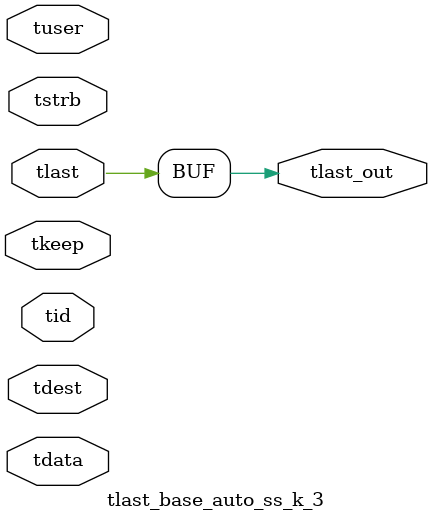
<source format=v>


`timescale 1ps/1ps

module tlast_base_auto_ss_k_3 #
(
parameter C_S_AXIS_TID_WIDTH   = 1,
parameter C_S_AXIS_TUSER_WIDTH = 0,
parameter C_S_AXIS_TDATA_WIDTH = 0,
parameter C_S_AXIS_TDEST_WIDTH = 0
)
(
input  [(C_S_AXIS_TID_WIDTH   == 0 ? 1 : C_S_AXIS_TID_WIDTH)-1:0       ] tid,
input  [(C_S_AXIS_TDATA_WIDTH == 0 ? 1 : C_S_AXIS_TDATA_WIDTH)-1:0     ] tdata,
input  [(C_S_AXIS_TUSER_WIDTH == 0 ? 1 : C_S_AXIS_TUSER_WIDTH)-1:0     ] tuser,
input  [(C_S_AXIS_TDEST_WIDTH == 0 ? 1 : C_S_AXIS_TDEST_WIDTH)-1:0     ] tdest,
input  [(C_S_AXIS_TDATA_WIDTH/8)-1:0 ] tkeep,
input  [(C_S_AXIS_TDATA_WIDTH/8)-1:0 ] tstrb,
input  [0:0]                                                             tlast,
output                                                                   tlast_out
);

assign tlast_out = {tlast};

endmodule


</source>
